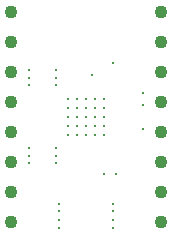
<source format=gbr>
%TF.GenerationSoftware,Altium Limited,Altium Designer,20.1.11 (218)*%
G04 Layer_Color=0*
%FSLAX45Y45*%
%MOMM*%
%TF.SameCoordinates,14EB8A15-C646-47EE-B5EB-F16F919038EB*%
%TF.FilePolarity,Positive*%
%TF.FileFunction,Plated,1,4,PTH,Drill*%
%TF.Part,Single*%
G01*
G75*
%TA.AperFunction,ComponentDrill*%
%ADD40C,1.10000*%
%TA.AperFunction,ViaDrill,NotFilled*%
%ADD41C,0.30000*%
D40*
X1397000Y635000D02*
D03*
X127000Y127000D02*
D03*
Y381000D02*
D03*
Y889000D02*
D03*
Y1397000D02*
D03*
Y1905000D02*
D03*
Y1651000D02*
D03*
Y1143000D02*
D03*
Y635000D02*
D03*
X1397000Y127000D02*
D03*
Y381000D02*
D03*
Y889000D02*
D03*
Y1397000D02*
D03*
Y1905000D02*
D03*
Y1651000D02*
D03*
Y1143000D02*
D03*
D41*
X533400Y139700D02*
D03*
X609600Y1168400D02*
D03*
Y1092200D02*
D03*
Y1016000D02*
D03*
X685800Y1168400D02*
D03*
Y1092200D02*
D03*
Y1016000D02*
D03*
X762000Y1168400D02*
D03*
Y1092200D02*
D03*
Y1016000D02*
D03*
X838200Y1168400D02*
D03*
Y1092200D02*
D03*
Y1016000D02*
D03*
X609600Y939800D02*
D03*
X685800D02*
D03*
X762000D02*
D03*
X838200D02*
D03*
X914400Y1168400D02*
D03*
Y1092200D02*
D03*
Y1016000D02*
D03*
Y939800D02*
D03*
X762000Y863600D02*
D03*
X838200D02*
D03*
X685800D02*
D03*
X609600D02*
D03*
X914400D02*
D03*
X990600Y139700D02*
D03*
Y215900D02*
D03*
X533400D02*
D03*
X508000Y685800D02*
D03*
Y622300D02*
D03*
X279400Y685800D02*
D03*
Y622300D02*
D03*
X508000Y1346200D02*
D03*
Y1409700D02*
D03*
X279400Y1346200D02*
D03*
Y1409700D02*
D03*
X1244600Y914400D02*
D03*
X508000Y1282700D02*
D03*
X279400D02*
D03*
X812800Y1371600D02*
D03*
X1016000Y533400D02*
D03*
X914400D02*
D03*
X990600Y279400D02*
D03*
X1244600Y1219200D02*
D03*
Y1117600D02*
D03*
X990600Y1473200D02*
D03*
Y76200D02*
D03*
X533400D02*
D03*
Y279400D02*
D03*
X508000Y749300D02*
D03*
X279400D02*
D03*
%TF.MD5,73dadb0be9e6c4243391897efbfdcbc5*%
M02*

</source>
